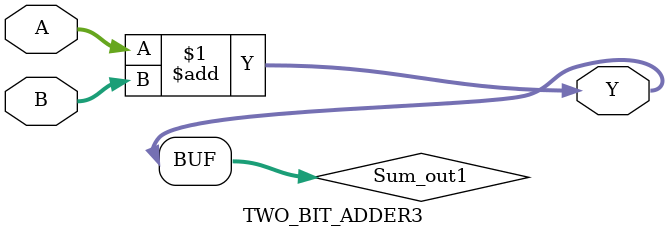
<source format=v>



`timescale 1 ns / 1 ns

module TWO_BIT_ADDER3
          (A,
           B,
           Y);


  input   [7:0] A;  // uint8
  input   [7:0] B;  // uint8
  output  [7:0] Y;  // uint8


  wire [7:0] Sum_out1;  // uint8


  assign Sum_out1 = A + B;



  assign Y = Sum_out1;

endmodule  // TWO_BIT_ADDER3


</source>
